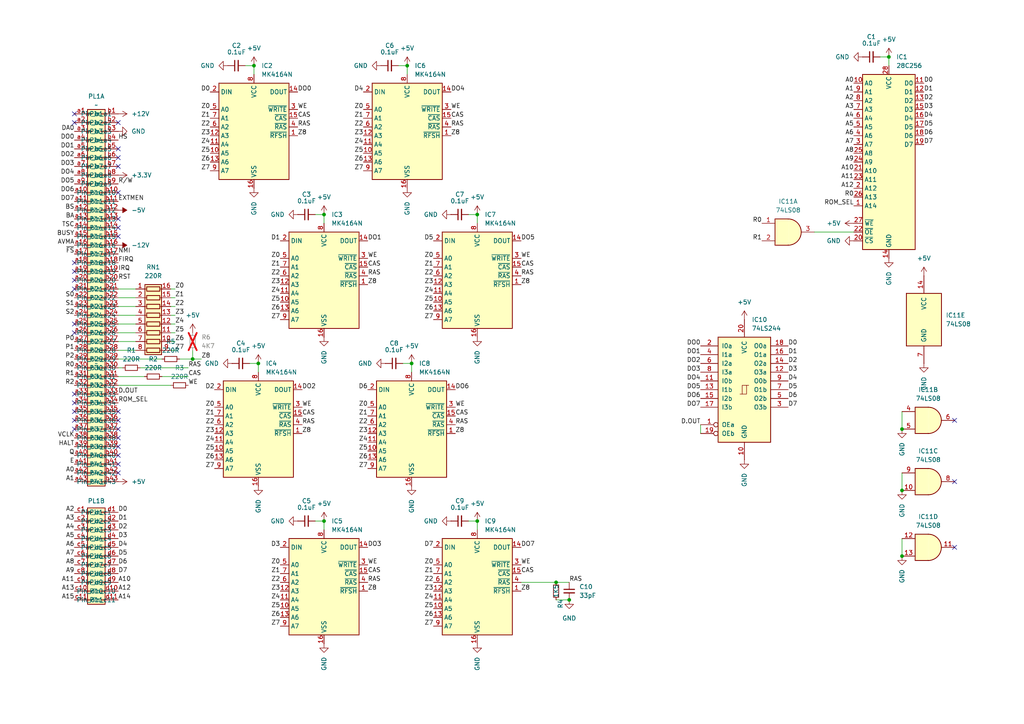
<source format=kicad_sch>
(kicad_sch (version 20250114) (generator "eeschema") (generator_version "9.0")
  (paper "A4")
  (title_block (title "Dragon ATX Proto RAM & ROM Card") (date "2025-03-01") (rev "1.0.0"))
  (junction (at 73.66 19.05))
  (junction (at 161.29 168.91))
  (junction (at 93.98 151.13))
  (junction (at 55.88 104.14))
  (junction (at 74.93 105.41))
  (junction (at 119.38 105.41))
  (junction (at 257.81 16.51))
  (junction (at 138.43 151.13))
  (junction (at 261.62 142.24))
  (junction (at 138.43 62.23))
  (junction (at 261.62 124.46))
  (junction (at 93.98 62.23))
  (junction (at 118.11 19.05))
  (junction (at 261.62 161.29))
  (junction (at 165.1 173.99))
  (no_connect (at 34.29 134.62))
  (no_connect (at 21.59 116.84))
  (no_connect (at 34.29 48.26))
  (no_connect (at 34.29 121.92))
  (no_connect (at 34.29 132.08))
  (no_connect (at 21.59 114.3))
  (no_connect (at 34.29 66.04))
  (no_connect (at 34.29 137.16))
  (no_connect (at 21.59 78.74))
  (no_connect (at 21.59 83.82))
  (no_connect (at 21.59 35.56))
  (no_connect (at 21.59 33.02))
  (no_connect (at 34.29 45.72))
  (no_connect (at 34.29 43.18))
  (no_connect (at 34.29 127))
  (no_connect (at 21.59 81.28))
  (no_connect (at 21.59 119.38))
  (no_connect (at 34.29 55.88))
  (no_connect (at 276.86 121.92))
  (no_connect (at 34.29 63.5))
  (no_connect (at 34.29 68.58))
  (no_connect (at 34.29 129.54))
  (no_connect (at 21.59 121.92))
  (no_connect (at 276.86 158.75))
  (no_connect (at 34.29 35.56))
  (no_connect (at 276.86 139.7))
  (no_connect (at 21.59 96.52))
  (no_connect (at 21.59 76.2))
  (no_connect (at 34.29 124.46))
  (no_connect (at 34.29 119.38))
  (no_connect (at 21.59 93.98))
  (no_connect (at 21.59 124.46))
  (wire (pts (xy 247.65 67.31) (xy 236.22 67.31)))
  (wire (pts (xy 74.93 105.41) (xy 74.93 107.95)))
  (wire (pts (xy 39.37 88.9) (xy 34.29 88.9)))
  (wire (pts (xy 116.84 105.41) (xy 119.38 105.41)))
  (wire (pts (xy 39.37 83.82) (xy 34.29 83.82)))
  (wire (pts (xy 50.8 91.44) (xy 49.53 91.44)))
  (wire (pts (xy 50.8 101.6) (xy 49.53 101.6)))
  (wire (pts (xy 54.61 109.22) (xy 46.99 109.22)))
  (wire (pts (xy 151.13 168.91) (xy 161.29 168.91)))
  (wire (pts (xy 71.12 19.05) (xy 73.66 19.05)))
  (wire (pts (xy 50.8 86.36) (xy 49.53 86.36)))
  (wire (pts (xy 35.56 106.68) (xy 34.29 106.68)))
  (wire (pts (xy 39.37 101.6) (xy 34.29 101.6)))
  (wire (pts (xy 39.37 96.52) (xy 34.29 96.52)))
  (wire (pts (xy 138.43 151.13) (xy 138.43 153.67)))
  (wire (pts (xy 135.89 62.23) (xy 138.43 62.23)))
  (wire (pts (xy 50.8 99.06) (xy 49.53 99.06)))
  (wire (pts (xy 91.44 151.13) (xy 93.98 151.13)))
  (wire (pts (xy 261.62 137.16) (xy 261.62 142.24)))
  (wire (pts (xy 203.2 123.19) (xy 203.2 125.73)))
  (wire (pts (xy 257.81 16.51) (xy 257.81 19.05)))
  (wire (pts (xy 39.37 99.06) (xy 34.29 99.06)))
  (wire (pts (xy 93.98 62.23) (xy 93.98 64.77)))
  (wire (pts (xy 41.91 109.22) (xy 34.29 109.22)))
  (wire (pts (xy 73.66 19.05) (xy 73.66 21.59)))
  (wire (pts (xy 135.89 151.13) (xy 138.43 151.13)))
  (wire (pts (xy 119.38 105.41) (xy 119.38 107.95)))
  (wire (pts (xy 50.8 88.9) (xy 49.53 88.9)))
  (wire (pts (xy 261.62 156.21) (xy 261.62 161.29)))
  (wire (pts (xy 55.88 101.6) (xy 55.88 104.14)))
  (wire (pts (xy 39.37 93.98) (xy 34.29 93.98)))
  (wire (pts (xy 49.53 111.76) (xy 34.29 111.76)))
  (wire (pts (xy 91.44 62.23) (xy 93.98 62.23)))
  (wire (pts (xy 34.29 104.14) (xy 46.99 104.14)))
  (wire (pts (xy 39.37 86.36) (xy 34.29 86.36)))
  (wire (pts (xy 165.1 173.99) (xy 161.29 173.99)))
  (wire (pts (xy 115.57 19.05) (xy 118.11 19.05)))
  (wire (pts (xy 50.8 83.82) (xy 49.53 83.82)))
  (wire (pts (xy 255.27 16.51) (xy 257.81 16.51)))
  (wire (pts (xy 72.39 105.41) (xy 74.93 105.41)))
  (wire (pts (xy 50.8 93.98) (xy 49.53 93.98)))
  (wire (pts (xy 55.88 104.14) (xy 52.07 104.14)))
  (wire (pts (xy 138.43 62.23) (xy 138.43 64.77)))
  (wire (pts (xy 261.62 119.38) (xy 261.62 124.46)))
  (wire (pts (xy 54.61 106.68) (xy 40.64 106.68)))
  (wire (pts (xy 50.8 96.52) (xy 49.53 96.52)))
  (wire (pts (xy 93.98 151.13) (xy 93.98 153.67)))
  (wire (pts (xy 58.42 104.14) (xy 55.88 104.14)))
  (wire (pts (xy 118.11 19.05) (xy 118.11 21.59)))
  (wire (pts (xy 39.37 91.44) (xy 34.29 91.44)))
  (wire (pts (xy 161.29 168.91) (xy 165.1 168.91)))
  (label "Z0" (at 105.41 31.75 180))
  (label "FIRQ" (at 34.29 76.2 0))
  (label "DO1" (at 203.2 102.87 180))
  (label "Z0" (at 125.73 163.83 180))
  (label "CAS" (at 54.61 109.22 0))
  (label "Z5" (at 125.73 176.53 180))
  (label "S1" (at 21.59 88.9 180))
  (label "D7" (at 228.6 118.11 0))
  (label "TSC" (at 21.59 66.04 180))
  (label "DO6" (at 203.2 115.57 180))
  (label "DO1" (at 106.68 69.85 0))
  (label "Z7" (at 81.28 181.61 180))
  (label "D4" (at 34.29 158.75 0))
  (label "Z3" (at 81.28 171.45 180))
  (label "Z0" (at 125.73 74.93 180))
  (label "A10" (at 247.65 49.53 180))
  (label "DO4" (at 21.59 50.8 180))
  (label "D0" (at 60.96 26.67 180))
  (label "RAS" (at 54.61 106.68 0))
  (label "CAS" (at 151.13 166.37 0))
  (label "Z3" (at 62.23 125.73 180))
  (label "WE" (at 86.36 31.75 0))
  (label "Z3" (at 125.73 82.55 180))
  (label "DA0" (at 21.59 38.1 180))
  (label "D6" (at 228.6 115.57 0))
  (label "Z7" (at 105.41 49.53 180))
  (label "Z3" (at 50.8 91.44 0))
  (label "Z2" (at 125.73 80.01 180))
  (label "CAS" (at 86.36 34.29 0))
  (label "DO3" (at 203.2 107.95 180))
  (label "P1" (at 21.59 101.6 180))
  (label "Z5" (at 105.41 44.45 180))
  (label "ROM_SEL" (at 247.65 59.69 180))
  (label "HS" (at 34.29 40.64 0))
  (label "RAS" (at 151.13 80.01 0))
  (label "EXTMEN" (at 34.29 58.42 0))
  (label "RAS" (at 132.08 123.19 0))
  (label "Z1" (at 62.23 120.65 180))
  (label "Z2" (at 50.8 88.9 0))
  (label "D0" (at 34.29 148.59 0))
  (label "Z4" (at 105.41 41.91 180))
  (label "Z6" (at 125.73 90.17 180))
  (label "Z6" (at 106.68 133.35 180))
  (label "Q" (at 21.59 132.08 180))
  (label "Z5" (at 106.68 130.81 180))
  (label "R0" (at 220.98 64.77 180))
  (label "Z7" (at 125.73 92.71 180))
  (label "D0" (at 228.6 100.33 0))
  (label "D5" (at 125.73 69.85 180))
  (label "Z3" (at 125.73 171.45 180))
  (label "A13" (at 21.59 171.45 180))
  (label "Z6" (at 62.23 133.35 180))
  (label "Z8" (at 58.42 104.14 0))
  (label "~{FS}" (at 21.59 73.66 180))
  (label "Z5" (at 81.28 176.53 180))
  (label "CAS" (at 106.68 77.47 0))
  (label "DO0" (at 203.2 100.33 180))
  (label "Z2" (at 81.28 168.91 180))
  (label "DO5" (at 203.2 113.03 180))
  (label "WE" (at 106.68 74.93 0))
  (label "RAS" (at 87.63 123.19 0))
  (label "DO1" (at 21.59 43.18 180))
  (label "A1" (at 247.65 26.67 180))
  (label "S2" (at 21.59 91.44 180))
  (label "DO0" (at 21.59 40.64 180))
  (label "A12" (at 34.29 171.45 0))
  (label "Z2" (at 60.96 36.83 180))
  (label "A0" (at 247.65 24.13 180))
  (label "WE" (at 151.13 74.93 0))
  (label "Z8" (at 151.13 82.55 0))
  (label "P0" (at 21.59 99.06 180))
  (label "D0" (at 267.97 24.13 0))
  (label "CAS" (at 130.81 34.29 0))
  (label "D2" (at 228.6 105.41 0))
  (label "D2" (at 62.23 113.03 180))
  (label "CAS" (at 106.68 166.37 0))
  (label "Z8" (at 87.63 125.73 0))
  (label "Z6" (at 50.8 99.06 0))
  (label "D4" (at 105.41 26.67 180))
  (label "A7" (at 247.65 41.91 180))
  (label "Z7" (at 62.23 135.89 180))
  (label "A5" (at 21.59 156.21 180))
  (label "Z6" (at 105.41 46.99 180))
  (label "D1" (at 81.28 69.85 180))
  (label "WE" (at 130.81 31.75 0))
  (label "DO2" (at 203.2 105.41 180))
  (label "RAS" (at 165.1 168.91 0))
  (label "Z3" (at 81.28 82.55 180))
  (label "Z3" (at 106.68 125.73 180))
  (label "WE" (at 106.68 163.83 0))
  (label "P2" (at 21.59 104.14 180))
  (label "Z5" (at 60.96 44.45 180))
  (label "A12" (at 247.65 54.61 180))
  (label "A5" (at 247.65 36.83 180))
  (label "Z0" (at 81.28 163.83 180))
  (label "R0" (at 247.65 57.15 180))
  (label "Z8" (at 86.36 39.37 0))
  (label "D4" (at 267.97 34.29 0))
  (label "A4" (at 247.65 34.29 180))
  (label "Z5" (at 81.28 87.63 180))
  (label "A15" (at 21.59 173.99 180))
  (label "D1" (at 228.6 102.87 0))
  (label "WE" (at 151.13 163.83 0))
  (label "D2" (at 267.97 29.21 0))
  (label "Z2" (at 105.41 36.83 180))
  (label "Z4" (at 60.96 41.91 180))
  (label "D6" (at 267.97 39.37 0))
  (label "Z4" (at 81.28 173.99 180))
  (label "A6" (at 21.59 158.75 180))
  (label "D.OUT" (at 203.2 123.19 180))
  (label "DO7" (at 151.13 158.75 0))
  (label "DO6" (at 132.08 113.03 0))
  (label "D3" (at 81.28 158.75 180))
  (label "Z1" (at 50.8 86.36 0))
  (label "BS" (at 21.59 60.96 180))
  (label "Z6" (at 81.28 90.17 180))
  (label "A8" (at 21.59 163.83 180))
  (label "HALT" (at 21.59 129.54 180))
  (label "D3" (at 34.29 156.21 0))
  (label "A6" (at 247.65 39.37 180))
  (label "Z8" (at 106.68 171.45 0))
  (label "Z6" (at 125.73 179.07 180))
  (label "A7" (at 21.59 161.29 180))
  (label "IRQ" (at 34.29 78.74 0))
  (label "E" (at 21.59 134.62 180))
  (label "A9" (at 247.65 46.99 180))
  (label "Z6" (at 60.96 46.99 180))
  (label "Z4" (at 62.23 128.27 180))
  (label "A3" (at 247.65 31.75 180))
  (label "Z4" (at 81.28 85.09 180))
  (label "D5" (at 34.29 161.29 0))
  (label "R1" (at 21.59 109.22 180))
  (label "Z0" (at 106.68 118.11 180))
  (label "Z7" (at 106.68 135.89 180))
  (label "D5" (at 267.97 36.83 0))
  (label "D3" (at 267.97 31.75 0))
  (label "D2" (at 34.29 153.67 0))
  (label "DO4" (at 203.2 110.49 180))
  (label "Z1" (at 125.73 166.37 180))
  (label "A1" (at 21.59 139.7 180))
  (label "Z4" (at 125.73 85.09 180))
  (label "Z2" (at 62.23 123.19 180))
  (label "Z7" (at 50.8 101.6 0))
  (label "DO4" (at 130.81 26.67 0))
  (label "Z0" (at 50.8 83.82 0))
  (label "Z4" (at 106.68 128.27 180))
  (label "D6" (at 106.68 113.03 180))
  (label "Z5" (at 125.73 87.63 180))
  (label "RAS" (at 130.81 36.83 0))
  (label "Z7" (at 125.73 181.61 180))
  (label "Z2" (at 125.73 168.91 180))
  (label "Z1" (at 81.28 77.47 180))
  (label "R0" (at 21.59 106.68 180))
  (label "NMI" (at 34.29 73.66 0))
  (label "DO2" (at 87.63 113.03 0))
  (label "D1" (at 267.97 26.67 0))
  (label "D.OUT" (at 34.29 114.3 0))
  (label "WE" (at 132.08 118.11 0))
  (label "A10" (at 34.29 168.91 0))
  (label "A0" (at 21.59 137.16 180))
  (label "Z4" (at 125.73 173.99 180))
  (label "Z1" (at 105.41 34.29 180))
  (label "DO3" (at 21.59 48.26 180))
  (label "BA" (at 21.59 63.5 180))
  (label "DO7" (at 203.2 118.11 180))
  (label "Z6" (at 81.28 179.07 180))
  (label "Z5" (at 62.23 130.81 180))
  (label "RST" (at 34.29 81.28 0))
  (label "Z3" (at 60.96 39.37 180))
  (label "Z0" (at 62.23 118.11 180))
  (label "R1" (at 220.98 69.85 180))
  (label "Z8" (at 106.68 82.55 0))
  (label "WE" (at 54.61 111.76 0))
  (label "Z7" (at 60.96 49.53 180))
  (label "A11" (at 21.59 168.91 180))
  (label "A2" (at 247.65 29.21 180))
  (label "Z4" (at 50.8 93.98 0))
  (label "D7" (at 125.73 158.75 180))
  (label "DO7" (at 21.59 58.42 180))
  (label "DO2" (at 21.59 45.72 180))
  (label "Z7" (at 81.28 92.71 180))
  (label "DO6" (at 21.59 55.88 180))
  (label "DO5" (at 21.59 53.34 180))
  (label "Z0" (at 60.96 31.75 180))
  (label "CAS" (at 87.63 120.65 0))
  (label "RAS" (at 106.68 168.91 0))
  (label "D3" (at 228.6 107.95 0))
  (label "VCLK" (at 21.59 127 180))
  (label "D5" (at 228.6 113.03 0))
  (label "DO5" (at 151.13 69.85 0))
  (label "D7" (at 34.29 166.37 0))
  (label "Z8" (at 151.13 171.45 0))
  (label "BUSY" (at 21.59 68.58 180))
  (label "CAS" (at 132.08 120.65 0))
  (label "Z2" (at 81.28 80.01 180))
  (label "RAS" (at 106.68 80.01 0))
  (label "WE" (at 87.63 118.11 0))
  (label "Z2" (at 106.68 123.19 180))
  (label "Z5" (at 50.8 96.52 0))
  (label "D7" (at 267.97 41.91 0))
  (label "A2" (at 21.59 148.59 180))
  (label "ROM_SEL" (at 34.29 116.84 0))
  (label "A11" (at 247.65 52.07 180))
  (label "Z1" (at 60.96 34.29 180))
  (label "A8" (at 247.65 44.45 180))
  (label "Z3" (at 105.41 39.37 180))
  (label "Z8" (at 130.81 39.37 0))
  (label "CAS" (at 151.13 77.47 0))
  (label "AVMA" (at 21.59 71.12 180))
  (label "DO0" (at 86.36 26.67 0))
  (label "Z1" (at 81.28 166.37 180))
  (label "A4" (at 21.59 153.67 180))
  (label "A9" (at 21.59 166.37 180))
  (label "A3" (at 21.59 151.13 180))
  (label "Z8" (at 132.08 125.73 0))
  (label "R2" (at 21.59 111.76 180))
  (label "D1" (at 34.29 151.13 0))
  (label "Z1" (at 106.68 120.65 180))
  (label "D4" (at 228.6 110.49 0))
  (label "Z1" (at 125.73 77.47 180))
  (label "R{slash}W" (at 34.29 53.34 0))
  (label "A14" (at 34.29 173.99 0))
  (label "RAS" (at 86.36 36.83 0))
  (label "Z0" (at 81.28 74.93 180))
  (label "D6" (at 34.29 163.83 0))
  (label "DO3" (at 106.68 158.75 0))
  (label "S0" (at 21.59 86.36 180))
  (symbol (lib_id "power:+5V") (at 257.81 16.51 0) (unit 1)
    (property "Reference" "#PWR049" (effects (hide yes)))
    (property "Value" "+5V" (at 257.81 11.43 0))
    (property "Description" "Power symbol creates a global label with name \"+5V\"" (effects (hide yes)))
  )
  (symbol (lib_id "Device:C_Small") (at 133.35 151.13 90) (unit 1)
    (property "Reference" "C9" (at 133.35 145.288 90))
    (property "Value" "0.1uF" (at 133.3563 147.193 90))
    (property "Footprint" "Capacitor_THT:C_Disc_D4.3mm_W1.9mm_P5.00mm" (effects (hide yes)))
    (property "Datasheet" "https://www.vishay.com/docs/45171/kseries.pdf" (effects (hide yes)))
    (property "DigiKey" "BC1101CT-ND" (effects (hide yes)))
  )
  (symbol (lib_id "power:GND") (at 110.49 19.05 270) (mirror x) (unit 1)
    (property "Reference" "#PWR027" (effects (hide yes)))
    (property "Value" "GND" (at 106.68 19.0501 90) (effects (justify right)))
    (property "Description" "Power symbol creates a global label with name \"GND\" , ground" (effects (hide yes)))
  )
  (symbol (lib_id "74xx:74LS08") (at 269.24 139.7 0) (unit 3)
    (property "Reference" "IC11" (at 269.2317 130.81 0))
    (property "Value" "74LS08" (at 269.2317 133.35 0))
    (property "Footprint" "Package_DIP:DIP-14_W7.62mm" (effects (hide yes)))
    (property "Datasheet" "http://www.ti.com/lit/gpn/sn74LS08" (effects (hide yes)))
    (property "Description" "Quad And2" (effects (hide yes)))
  )
  (symbol (lib_id "power:+5V") (at 138.43 62.23 0) (unit 1)
    (property "Reference" "#PWR056" (effects (hide yes)))
    (property "Value" "+5V" (at 138.43 57.15 0))
    (property "Description" "Power symbol creates a global label with name \"+5V\"" (effects (hide yes)))
  )
  (symbol (lib_id "power:+5V") (at 73.66 19.05 0) (unit 1)
    (property "Reference" "#PWR048" (effects (hide yes)))
    (property "Value" "+5V" (at 73.66 13.97 0))
    (property "Description" "Power symbol creates a global label with name \"+5V\"" (effects (hide yes)))
  )
  (symbol (lib_id "74xx:74LS08") (at 267.97 92.71 0) (unit 5)
    (property "Reference" "IC11" (at 274.32 91.4399 0) (effects (justify left)))
    (property "Value" "74LS08" (at 274.32 93.9799 0) (effects (justify left)))
    (property "Footprint" "Package_DIP:DIP-14_W7.62mm" (effects (hide yes)))
    (property "Datasheet" "http://www.ti.com/lit/gpn/sn74LS08" (effects (hide yes)))
    (property "Description" "Quad And2" (effects (hide yes)))
  )
  (symbol (lib_id "power:+5V") (at 74.93 105.41 0) (unit 1)
    (property "Reference" "#PWR053" (effects (hide yes)))
    (property "Value" "+5V" (at 74.93 100.33 0))
    (property "Description" "Power symbol creates a global label with name \"+5V\"" (effects (hide yes)))
  )
  (symbol (lib_id "power:+5V") (at 267.97 80.01 0) (unit 1)
    (property "Reference" "#PWR051" (effects (hide yes)))
    (property "Value" "+5V" (at 267.97 74.93 0))
    (property "Description" "Power symbol creates a global label with name \"+5V\"" (effects (hide yes)))
  )
  (symbol (lib_id "power:GND") (at 119.38 140.97 0) (mirror y) (unit 1)
    (property "Reference" "#PWR012" (effects (hide yes)))
    (property "Value" "GND" (at 119.3801 144.78 90) (effects (justify right)))
    (property "Description" "Power symbol creates a global label with name \"GND\" , ground" (effects (hide yes)))
  )
  (symbol (lib_id "power:GND") (at 138.43 97.79 0) (mirror y) (unit 1)
    (property "Reference" "#PWR013" (effects (hide yes)))
    (property "Value" "GND" (at 138.4301 101.6 90) (effects (justify right)))
    (property "Description" "Power symbol creates a global label with name \"GND\" , ground" (effects (hide yes)))
  )
  (symbol (lib_id "Memory_RAM:MK4164N") (at 93.98 82.55 0) (unit 1)
    (property "Reference" "IC3" (at 96.1233 62.23 0) (effects (justify left)))
    (property "Value" "MK4164N" (at 96.1233 64.77 0) (effects (justify left)))
    (property "Footprint" "Package_DIP:DIP-16_W7.62mm" (effects (hide yes)))
    (property "Datasheet" "https://deramp.com/downloads/mfe_archive/050-Component%20Specifications/Mostek/1980_Mostek_Memory_Data_Book_and_Designers_Guide.pdf#page=134" (effects (hide yes)))
    (property "Description" "65536 x 1 bit Dynamic RAM, 120/150ns access time, single 5V ±10% power supply, TTL compatible inputs, DIP-16 (Epoxy/Plastic package)" (effects (hide yes)))
  )
  (symbol (lib_id "power:GND") (at 261.62 142.24 0) (mirror y) (unit 1)
    (property "Reference" "#PWR020" (effects (hide yes)))
    (property "Value" "GND" (at 261.6201 146.05 90) (effects (justify right)))
    (property "Description" "Power symbol creates a global label with name \"GND\" , ground" (effects (hide yes)))
  )
  (symbol (lib_id "power:+5V") (at 34.29 139.7 270) (unit 1)
    (property "Reference" "#PWR031" (effects (hide yes)))
    (property "Value" "+5V" (at 38.1 139.6999 90) (effects (justify left)))
    (property "Description" "Power symbol creates a global label with name \"+5V\"" (effects (hide yes)))
  )
  (symbol (lib_id "power:+3.3V") (at 34.29 50.8 270) (unit 1)
    (property "Reference" "#PWR03" (effects (hide yes)))
    (property "Value" "+3.3V" (at 38.1 50.7999 90) (effects (justify left)))
    (property "Description" "Power symbol creates a global label with name \"+3.3V\"" (effects (hide yes)))
  )
  (symbol (lib_id "Device:R_Small") (at 38.1 106.68 90) (unit 1)
    (property "Reference" "R1" (at 38.1 101.6 90))
    (property "Value" "220R" (at 38.1 104.14 90))
    (property "Footprint" "Resistor_THT:R_Axial_DIN0204_L3.6mm_D1.6mm_P2.54mm_Vertical" (effects (hide yes)))
    (property "Description" "Resistor, small symbol" (effects (hide yes)))
  )
  (symbol (lib_id "Device:C_Small") (at 113.03 19.05 90) (unit 1)
    (property "Reference" "C6" (at 113.03 13.208 90))
    (property "Value" "0.1uF" (at 113.0363 15.113 90))
    (property "Footprint" "Capacitor_THT:C_Disc_D4.3mm_W1.9mm_P5.00mm" (effects (hide yes)))
    (property "Datasheet" "https://www.vishay.com/docs/45171/kseries.pdf" (effects (hide yes)))
    (property "DigiKey" "BC1101CT-ND" (effects (hide yes)))
  )
  (symbol (lib_id "power:+5V") (at 118.11 19.05 0) (unit 1)
    (property "Reference" "#PWR055" (effects (hide yes)))
    (property "Value" "+5V" (at 118.11 13.97 0))
    (property "Description" "Power symbol creates a global label with name \"+5V\"" (effects (hide yes)))
  )
  (symbol (lib_id "power:-12V") (at 34.29 71.12 270) (unit 1)
    (property "Reference" "#PWR04" (effects (hide yes)))
    (property "Value" "-12V" (at 38.1 71.1199 90) (effects (justify left)))
    (property "Description" "Power symbol creates a global label with name \"-12V\"" (effects (hide yes)))
  )
  (symbol (lib_id "74xx:74LS08") (at 269.24 158.75 0) (unit 4)
    (property "Reference" "IC11" (at 269.2317 149.86 0))
    (property "Value" "74LS08" (at 269.2317 152.4 0))
    (property "Footprint" "Package_DIP:DIP-14_W7.62mm" (effects (hide yes)))
    (property "Datasheet" "http://www.ti.com/lit/gpn/sn74LS08" (effects (hide yes)))
    (property "Description" "Quad And2" (effects (hide yes)))
  )
  (symbol (lib_id "power:GND") (at 165.1 173.99 0) (unit 1)
    (property "Reference" "#PWR0140" (effects (hide yes)))
    (property "Value" "GND" (at 165.1 179.324 0))
    (property "Description" "Power symbol creates a global label with name \"GND\" , ground" (effects (hide yes)))
  )
  (symbol (lib_id "power:GND") (at 111.76 105.41 270) (mirror x) (unit 1)
    (property "Reference" "#PWR029" (effects (hide yes)))
    (property "Value" "GND" (at 107.95 105.4101 90) (effects (justify right)))
    (property "Description" "Power symbol creates a global label with name \"GND\" , ground" (effects (hide yes)))
  )
  (symbol (lib_id "74xx:74LS08") (at 269.24 121.92 0) (unit 2)
    (property "Reference" "IC11" (at 269.2317 113.03 0))
    (property "Value" "74LS08" (at 269.2317 115.57 0))
    (property "Footprint" "Package_DIP:DIP-14_W7.62mm" (effects (hide yes)))
    (property "Datasheet" "http://www.ti.com/lit/gpn/sn74LS08" (effects (hide yes)))
    (property "Description" "Quad And2" (effects (hide yes)))
  )
  (symbol (lib_id "Device:R_Small") (at 55.88 99.06 180) (unit 1) (dnp yes)
    (property "Reference" "R6" (at 58.42 97.7899 0) (effects (justify right)))
    (property "Value" "4K7" (at 58.42 100.3299 0) (effects (justify right)))
    (property "Footprint" "Resistor_THT:R_Axial_DIN0204_L3.6mm_D1.6mm_P2.54mm_Vertical" (effects (hide yes)))
    (property "Description" "Resistor, small symbol" (effects (hide yes)))
  )
  (symbol (lib_id "Device:C_Small") (at 88.9 151.13 90) (unit 1)
    (property "Reference" "C5" (at 88.9 145.288 90))
    (property "Value" "0.1uF" (at 88.9063 147.193 90))
    (property "Footprint" "Capacitor_THT:C_Disc_D4.3mm_W1.9mm_P5.00mm" (effects (hide yes)))
    (property "Datasheet" "https://www.vishay.com/docs/45171/kseries.pdf" (effects (hide yes)))
    (property "DigiKey" "BC1101CT-ND" (effects (hide yes)))
  )
  (symbol (lib_id "Memory_RAM:MK4164N") (at 119.38 125.73 0) (unit 1)
    (property "Reference" "IC8" (at 121.5233 105.41 0) (effects (justify left)))
    (property "Value" "MK4164N" (at 121.5233 107.95 0) (effects (justify left)))
    (property "Footprint" "Package_DIP:DIP-16_W7.62mm" (effects (hide yes)))
    (property "Datasheet" "https://deramp.com/downloads/mfe_archive/050-Component%20Specifications/Mostek/1980_Mostek_Memory_Data_Book_and_Designers_Guide.pdf#page=134" (effects (hide yes)))
    (property "Description" "65536 x 1 bit Dynamic RAM, 120/150ns access time, single 5V ±10% power supply, TTL compatible inputs, DIP-16 (Epoxy/Plastic package)" (effects (hide yes)))
  )
  (symbol (lib_id "Device:C_Small") (at 133.35 62.23 90) (unit 1)
    (property "Reference" "C7" (at 133.35 56.388 90))
    (property "Value" "0.1uF" (at 133.3563 58.293 90))
    (property "Footprint" "Capacitor_THT:C_Disc_D4.3mm_W1.9mm_P5.00mm" (effects (hide yes)))
    (property "Datasheet" "https://www.vishay.com/docs/45171/kseries.pdf" (effects (hide yes)))
    (property "DigiKey" "BC1101CT-ND" (effects (hide yes)))
  )
  (symbol (lib_id "Memory_EEPROM:28C256") (at 257.81 46.99 0) (unit 1)
    (property "Reference" "IC1" (at 259.9533 16.51 0) (effects (justify left)))
    (property "Value" "28C256" (at 259.9533 19.05 0) (effects (justify left)))
    (property "Footprint" "Package_DIP:DIP-28_W15.24mm" (effects (hide yes)))
    (property "Datasheet" "http://ww1.microchip.com/downloads/en/DeviceDoc/doc0006.pdf" (effects (hide yes)))
    (property "Description" "Paged Parallel EEPROM 256Kb (32K x 8), DIP-28/SOIC-28" (effects (hide yes)))
  )
  (symbol (lib_id "power:GND") (at 86.36 62.23 270) (mirror x) (unit 1)
    (property "Reference" "#PWR024" (effects (hide yes)))
    (property "Value" "GND" (at 82.55 62.2301 90) (effects (justify right)))
    (property "Description" "Power symbol creates a global label with name \"GND\" , ground" (effects (hide yes)))
  )
  (symbol (lib_id "power:GND") (at 261.62 161.29 0) (mirror y) (unit 1)
    (property "Reference" "#PWR021" (effects (hide yes)))
    (property "Value" "GND" (at 261.6201 165.1 90) (effects (justify right)))
    (property "Description" "Power symbol creates a global label with name \"GND\" , ground" (effects (hide yes)))
  )
  (symbol (lib_id "power:GND") (at 215.9 133.35 0) (mirror y) (unit 1)
    (property "Reference" "#PWR08" (effects (hide yes)))
    (property "Value" "GND" (at 215.9001 137.16 90) (effects (justify right)))
    (property "Description" "Power symbol creates a global label with name \"GND\" , ground" (effects (hide yes)))
  )
  (symbol (lib_id "power:GND") (at 67.31 105.41 270) (mirror x) (unit 1)
    (property "Reference" "#PWR025" (effects (hide yes)))
    (property "Value" "GND" (at 63.5 105.4101 90) (effects (justify right)))
    (property "Description" "Power symbol creates a global label with name \"GND\" , ground" (effects (hide yes)))
  )
  (symbol (lib_id "Memory_RAM:MK4164N") (at 74.93 125.73 0) (unit 1)
    (property "Reference" "IC4" (at 77.0733 105.41 0) (effects (justify left)))
    (property "Value" "MK4164N" (at 77.0733 107.95 0) (effects (justify left)))
    (property "Footprint" "Package_DIP:DIP-16_W7.62mm" (effects (hide yes)))
    (property "Datasheet" "https://deramp.com/downloads/mfe_archive/050-Component%20Specifications/Mostek/1980_Mostek_Memory_Data_Book_and_Designers_Guide.pdf#page=134" (effects (hide yes)))
    (property "Description" "65536 x 1 bit Dynamic RAM, 120/150ns access time, single 5V ±10% power supply, TTL compatible inputs, DIP-16 (Epoxy/Plastic package)" (effects (hide yes)))
  )
  (symbol (lib_id "Device:R_Small") (at 49.53 104.14 90) (unit 1)
    (property "Reference" "R5" (at 49.53 99.06 90))
    (property "Value" "220R" (at 49.53 101.6 90))
    (property "Footprint" "Resistor_THT:R_Axial_DIN0204_L3.6mm_D1.6mm_P2.54mm_Vertical" (effects (hide yes)))
    (property "Description" "Resistor, small symbol" (effects (hide yes)))
  )
  (symbol (lib_id "Device:R_Small") (at 52.07 111.76 90) (unit 1)
    (property "Reference" "R3" (at 52.07 106.68 90))
    (property "Value" "220R" (at 52.07 109.22 90))
    (property "Footprint" "Resistor_THT:R_Axial_DIN0204_L3.6mm_D1.6mm_P2.54mm_Vertical" (effects (hide yes)))
    (property "Description" "Resistor, small symbol" (effects (hide yes)))
  )
  (symbol (lib_id "power:GND") (at 74.93 140.97 0) (mirror y) (unit 1)
    (property "Reference" "#PWR011" (effects (hide yes)))
    (property "Value" "GND" (at 74.9301 144.78 90) (effects (justify right)))
    (property "Description" "Power symbol creates a global label with name \"GND\" , ground" (effects (hide yes)))
  )
  (symbol (lib_id "power:GND") (at 257.81 74.93 0) (mirror y) (unit 1)
    (property "Reference" "#PWR05" (effects (hide yes)))
    (property "Value" "GND" (at 257.8101 78.74 90) (effects (justify right)))
    (property "Description" "Power symbol creates a global label with name \"GND\" , ground" (effects (hide yes)))
  )
  (symbol (lib_id "power:+5V") (at 93.98 62.23 0) (unit 1)
    (property "Reference" "#PWR052" (effects (hide yes)))
    (property "Value" "+5V" (at 93.98 57.15 0))
    (property "Description" "Power symbol creates a global label with name \"+5V\"" (effects (hide yes)))
  )
  (symbol (lib_id "power:GND") (at 247.65 69.85 270) (mirror x) (unit 1)
    (property "Reference" "#PWR06" (effects (hide yes)))
    (property "Value" "GND" (at 243.84 69.8501 90) (effects (justify right)))
    (property "Description" "Power symbol creates a global label with name \"GND\" , ground" (effects (hide yes)))
  )
  (symbol (lib_id "Memory_RAM:MK4164N") (at 138.43 82.55 0) (unit 1)
    (property "Reference" "IC7" (at 140.5733 62.23 0) (effects (justify left)))
    (property "Value" "MK4164N" (at 140.5733 64.77 0) (effects (justify left)))
    (property "Footprint" "Package_DIP:DIP-16_W7.62mm" (effects (hide yes)))
    (property "Datasheet" "https://deramp.com/downloads/mfe_archive/050-Component%20Specifications/Mostek/1980_Mostek_Memory_Data_Book_and_Designers_Guide.pdf#page=134" (effects (hide yes)))
    (property "Description" "65536 x 1 bit Dynamic RAM, 120/150ns access time, single 5V ±10% power supply, TTL compatible inputs, DIP-16 (Epoxy/Plastic package)" (effects (hide yes)))
  )
  (symbol (lib_id "power:GND") (at 34.29 38.1 90) (mirror x) (unit 1)
    (property "Reference" "#PWR02" (effects (hide yes)))
    (property "Value" "GND" (at 38.1 38.0999 90) (effects (justify right)))
    (property "Description" "Power symbol creates a global label with name \"GND\" , ground" (effects (hide yes)))
  )
  (symbol (lib_id "Device:C_Small") (at 252.73 16.51 90) (unit 1)
    (property "Reference" "C1" (at 252.73 10.668 90))
    (property "Value" "0.1uF" (at 252.7363 12.573 90))
    (property "Footprint" "Capacitor_THT:C_Disc_D4.3mm_W1.9mm_P5.00mm" (effects (hide yes)))
    (property "Datasheet" "https://www.vishay.com/docs/45171/kseries.pdf" (effects (hide yes)))
    (property "DigiKey" "BC1101CT-ND" (effects (hide yes)))
  )
  (symbol (lib_id "Memory_RAM:MK4164N") (at 93.98 171.45 0) (unit 1)
    (property "Reference" "IC5" (at 96.1233 151.13 0) (effects (justify left)))
    (property "Value" "MK4164N" (at 96.1233 153.67 0) (effects (justify left)))
    (property "Footprint" "Package_DIP:DIP-16_W7.62mm" (effects (hide yes)))
    (property "Datasheet" "https://deramp.com/downloads/mfe_archive/050-Component%20Specifications/Mostek/1980_Mostek_Memory_Data_Book_and_Designers_Guide.pdf#page=134" (effects (hide yes)))
    (property "Description" "65536 x 1 bit Dynamic RAM, 120/150ns access time, single 5V ±10% power supply, TTL compatible inputs, DIP-16 (Epoxy/Plastic package)" (effects (hide yes)))
  )
  (symbol (lib_id "Device:C_Small") (at 114.3 105.41 90) (unit 1)
    (property "Reference" "C8" (at 114.3 99.568 90))
    (property "Value" "0.1uF" (at 114.3063 101.473 90))
    (property "Footprint" "Capacitor_THT:C_Disc_D4.3mm_W1.9mm_P5.00mm" (effects (hide yes)))
    (property "Datasheet" "https://www.vishay.com/docs/45171/kseries.pdf" (effects (hide yes)))
    (property "DigiKey" "BC1101CT-ND" (effects (hide yes)))
  )
  (symbol (lib_id "power:+5V") (at 247.65 64.77 90) (unit 1)
    (property "Reference" "#PWR033" (effects (hide yes)))
    (property "Value" "+5V" (at 243.84 64.7699 90) (effects (justify left)))
    (property "Description" "Power symbol creates a global label with name \"+5V\"" (effects (hide yes)))
  )
  (symbol (lib_id "power:GND") (at 250.19 16.51 270) (mirror x) (unit 1)
    (property "Reference" "#PWR023" (effects (hide yes)))
    (property "Value" "GND" (at 246.38 16.5101 90) (effects (justify right)))
    (property "Description" "Power symbol creates a global label with name \"GND\" , ground" (effects (hide yes)))
  )
  (symbol (lib_id "power:+12V") (at 34.29 33.02 270) (unit 1)
    (property "Reference" "#PWR01" (effects (hide yes)))
    (property "Value" "+12V" (at 38.1 33.0199 90) (effects (justify left)))
    (property "Description" "Power symbol creates a global label with name \"+12V\"" (effects (hide yes)))
  )
  (symbol (lib_id "power:GND") (at 267.97 105.41 0) (mirror y) (unit 1)
    (property "Reference" "#PWR018" (effects (hide yes)))
    (property "Value" "GND" (at 267.9701 109.22 90) (effects (justify right)))
    (property "Description" "Power symbol creates a global label with name \"GND\" , ground" (effects (hide yes)))
  )
  (symbol (lib_id "power:-5V") (at 34.29 60.96 270) (unit 1)
    (property "Reference" "#PWR017" (effects (hide yes)))
    (property "Value" "-5V" (at 38.1 60.9599 90) (effects (justify left)))
    (property "Description" "Power symbol creates a global label with name \"-5V\"" (effects (hide yes)))
  )
  (symbol (lib_id "power:GND") (at 86.36 151.13 270) (mirror x) (unit 1)
    (property "Reference" "#PWR026" (effects (hide yes)))
    (property "Value" "GND" (at 82.55 151.1301 90) (effects (justify right)))
    (property "Description" "Power symbol creates a global label with name \"GND\" , ground" (effects (hide yes)))
  )
  (symbol (lib_id "Library:Card_Edge") (at 27.94 86.36 0) (unit 1)
    (property "Reference" "PL1" (at 27.94 27.94 0))
    (property "Value" "~" (at 27.94 30.48 0))
    (property "Footprint" "Library:Card_Edge" (effects (hide yes)))
  )
  (symbol (lib_id "Device:R_Small") (at 161.29 171.45 180) (unit 1)
    (property "Reference" "R4" (at 162.56 175.133 90))
    (property "Value" "1K5" (at 161.29 171.45 90))
    (property "Footprint" "Resistor_THT:R_Axial_DIN0204_L3.6mm_D1.6mm_P2.54mm_Vertical" (effects (hide yes)))
    (property "DigiKey" "CF14JT1K50CT-ND" (effects (hide yes)))
  )
  (symbol (lib_id "power:GND") (at 73.66 54.61 0) (mirror y) (unit 1)
    (property "Reference" "#PWR015" (effects (hide yes)))
    (property "Value" "GND" (at 73.6601 58.42 90) (effects (justify right)))
    (property "Description" "Power symbol creates a global label with name \"GND\" , ground" (effects (hide yes)))
  )
  (symbol (lib_id "power:+5V") (at 119.38 105.41 0) (unit 1)
    (property "Reference" "#PWR057" (effects (hide yes)))
    (property "Value" "+5V" (at 119.38 100.33 0))
    (property "Description" "Power symbol creates a global label with name \"+5V\"" (effects (hide yes)))
  )
  (symbol (lib_id "Device:R_Pack08") (at 44.45 93.98 270) (unit 1)
    (property "Reference" "RN1" (at 44.45 77.47 90))
    (property "Value" "220R" (at 44.45 80.01 90))
    (property "Footprint" "Package_DIP:DIP-16_W7.62mm" (effects (hide yes)))
    (property "Description" "8 resistor network, parallel topology" (effects (hide yes)))
  )
  (symbol (lib_id "Device:C_Small") (at 88.9 62.23 90) (unit 1)
    (property "Reference" "C3" (at 88.9 56.388 90))
    (property "Value" "0.1uF" (at 88.9063 58.293 90))
    (property "Footprint" "Capacitor_THT:C_Disc_D4.3mm_W1.9mm_P5.00mm" (effects (hide yes)))
    (property "Datasheet" "https://www.vishay.com/docs/45171/kseries.pdf" (effects (hide yes)))
    (property "DigiKey" "BC1101CT-ND" (effects (hide yes)))
  )
  (symbol (lib_id "power:GND") (at 93.98 97.79 0) (mirror y) (unit 1)
    (property "Reference" "#PWR014" (effects (hide yes)))
    (property "Value" "GND" (at 93.9801 101.6 90) (effects (justify right)))
    (property "Description" "Power symbol creates a global label with name \"GND\" , ground" (effects (hide yes)))
  )
  (symbol (lib_name "Card_Edge_1") (lib_id "Library:Card_Edge") (at 27.94 161.29 0) (unit 2)
    (property "Reference" "PL1" (at 27.94 145.288 0))
    (property "Value" "~" (at 27.94 105.41 0))
    (property "Footprint" "Library:Card_Edge" (effects (hide yes)))
  )
  (symbol (lib_id "74xx:74LS244") (at 215.9 113.03 0) (unit 1)
    (property "Reference" "IC10" (at 218.0433 92.71 0) (effects (justify left)))
    (property "Value" "74LS244" (at 218.0433 95.25 0) (effects (justify left)))
    (property "Footprint" "Package_DIP:DIP-20_W7.62mm" (effects (hide yes)))
    (property "Datasheet" "http://www.ti.com/lit/ds/symlink/sn74ls244.pdf" (effects (hide yes)))
    (property "Description" "Octal Buffer and Line Driver With 3-State Output, active-low enables, non-inverting outputs" (effects (hide yes)))
  )
  (symbol (lib_id "Memory_RAM:MK4164N") (at 138.43 171.45 0) (unit 1)
    (property "Reference" "IC9" (at 140.5733 151.13 0) (effects (justify left)))
    (property "Value" "MK4164N" (at 140.5733 153.67 0) (effects (justify left)))
    (property "Footprint" "Package_DIP:DIP-16_W7.62mm" (effects (hide yes)))
    (property "Datasheet" "https://deramp.com/downloads/mfe_archive/050-Component%20Specifications/Mostek/1980_Mostek_Memory_Data_Book_and_Designers_Guide.pdf#page=134" (effects (hide yes)))
    (property "Description" "65536 x 1 bit Dynamic RAM, 120/150ns access time, single 5V ±10% power supply, TTL compatible inputs, DIP-16 (Epoxy/Plastic package)" (effects (hide yes)))
  )
  (symbol (lib_id "power:+5V") (at 93.98 151.13 0) (unit 1)
    (property "Reference" "#PWR054" (effects (hide yes)))
    (property "Value" "+5V" (at 93.98 146.05 0))
    (property "Description" "Power symbol creates a global label with name \"+5V\"" (effects (hide yes)))
  )
  (symbol (lib_id "power:+5V") (at 215.9 92.71 0) (unit 1)
    (property "Reference" "#PWR050" (effects (hide yes)))
    (property "Value" "+5V" (at 215.9 87.63 0))
    (property "Description" "Power symbol creates a global label with name \"+5V\"" (effects (hide yes)))
  )
  (symbol (lib_id "74xx:74LS08") (at 228.6 67.31 0) (unit 1)
    (property "Reference" "IC11" (at 228.5917 58.42 0))
    (property "Value" "74LS08" (at 228.5917 60.96 0))
    (property "Footprint" "Package_DIP:DIP-14_W7.62mm" (effects (hide yes)))
    (property "Datasheet" "http://www.ti.com/lit/gpn/sn74LS08" (effects (hide yes)))
    (property "Description" "Quad And2" (effects (hide yes)))
  )
  (symbol (lib_id "Memory_RAM:MK4164N") (at 73.66 39.37 0) (unit 1)
    (property "Reference" "IC2" (at 75.8033 19.05 0) (effects (justify left)))
    (property "Value" "MK4164N" (at 75.8033 21.59 0) (effects (justify left)))
    (property "Footprint" "Package_DIP:DIP-16_W7.62mm" (effects (hide yes)))
    (property "Datasheet" "https://deramp.com/downloads/mfe_archive/050-Component%20Specifications/Mostek/1980_Mostek_Memory_Data_Book_and_Designers_Guide.pdf#page=134" (effects (hide yes)))
    (property "Description" "65536 x 1 bit Dynamic RAM, 120/150ns access time, single 5V ±10% power supply, TTL compatible inputs, DIP-16 (Epoxy/Plastic package)" (effects (hide yes)))
  )
  (symbol (lib_id "Device:C_Small") (at 68.58 19.05 90) (unit 1)
    (property "Reference" "C2" (at 68.58 13.208 90))
    (property "Value" "0.1uF" (at 68.5863 15.113 90))
    (property "Footprint" "Capacitor_THT:C_Disc_D4.3mm_W1.9mm_P5.00mm" (effects (hide yes)))
    (property "Datasheet" "https://www.vishay.com/docs/45171/kseries.pdf" (effects (hide yes)))
    (property "DigiKey" "BC1101CT-ND" (effects (hide yes)))
  )
  (symbol (lib_id "Memory_RAM:MK4164N") (at 118.11 39.37 0) (unit 1)
    (property "Reference" "IC6" (at 120.2533 19.05 0) (effects (justify left)))
    (property "Value" "MK4164N" (at 120.2533 21.59 0) (effects (justify left)))
    (property "Footprint" "Package_DIP:DIP-16_W7.62mm" (effects (hide yes)))
    (property "Datasheet" "https://deramp.com/downloads/mfe_archive/050-Component%20Specifications/Mostek/1980_Mostek_Memory_Data_Book_and_Designers_Guide.pdf#page=134" (effects (hide yes)))
    (property "Description" "65536 x 1 bit Dynamic RAM, 120/150ns access time, single 5V ±10% power supply, TTL compatible inputs, DIP-16 (Epoxy/Plastic package)" (effects (hide yes)))
  )
  (symbol (lib_id "power:GND") (at 118.11 54.61 0) (mirror y) (unit 1)
    (property "Reference" "#PWR016" (effects (hide yes)))
    (property "Value" "GND" (at 118.1101 58.42 90) (effects (justify right)))
    (property "Description" "Power symbol creates a global label with name \"GND\" , ground" (effects (hide yes)))
  )
  (symbol (lib_id "power:GND") (at 93.98 186.69 0) (mirror y) (unit 1)
    (property "Reference" "#PWR010" (effects (hide yes)))
    (property "Value" "GND" (at 93.9801 190.5 90) (effects (justify right)))
    (property "Description" "Power symbol creates a global label with name \"GND\" , ground" (effects (hide yes)))
  )
  (symbol (lib_id "power:GND") (at 130.81 151.13 270) (mirror x) (unit 1)
    (property "Reference" "#PWR030" (effects (hide yes)))
    (property "Value" "GND" (at 127 151.1301 90) (effects (justify right)))
    (property "Description" "Power symbol creates a global label with name \"GND\" , ground" (effects (hide yes)))
  )
  (symbol (lib_id "power:+5V") (at 138.43 151.13 0) (unit 1)
    (property "Reference" "#PWR058" (effects (hide yes)))
    (property "Value" "+5V" (at 138.43 146.05 0))
    (property "Description" "Power symbol creates a global label with name \"+5V\"" (effects (hide yes)))
  )
  (symbol (lib_id "power:GND") (at 130.81 62.23 270) (mirror x) (unit 1)
    (property "Reference" "#PWR028" (effects (hide yes)))
    (property "Value" "GND" (at 127 62.2301 90) (effects (justify right)))
    (property "Description" "Power symbol creates a global label with name \"GND\" , ground" (effects (hide yes)))
  )
  (symbol (lib_id "Device:C_Small") (at 165.1 171.45 0) (unit 1)
    (property "Reference" "C10" (at 168.021 170.1862 0) (effects (justify left)))
    (property "Value" "33pF" (at 168.021 172.7262 0) (effects (justify left)))
    (property "Footprint" "Capacitor_THT:C_Disc_D3.0mm_W2.0mm_P2.50mm" (effects (hide yes)))
    (property "Datasheet" "https://www.vishay.com/docs/45171/kseries.pdf" (effects (hide yes)))
    (property "DigiKey" "BC1007CT-ND" (effects (hide yes)))
  )
  (symbol (lib_id "power:GND") (at 261.62 124.46 0) (mirror y) (unit 1)
    (property "Reference" "#PWR019" (effects (hide yes)))
    (property "Value" "GND" (at 261.6201 128.27 90) (effects (justify right)))
    (property "Description" "Power symbol creates a global label with name \"GND\" , ground" (effects (hide yes)))
  )
  (symbol (lib_id "power:GND") (at 66.04 19.05 270) (mirror x) (unit 1)
    (property "Reference" "#PWR022" (effects (hide yes)))
    (property "Value" "GND" (at 62.23 19.0501 90) (effects (justify right)))
    (property "Description" "Power symbol creates a global label with name \"GND\" , ground" (effects (hide yes)))
  )
  (symbol (lib_id "power:+5V") (at 55.88 96.52 0) (unit 1)
    (property "Reference" "#PWR059" (effects (hide yes)))
    (property "Value" "+5V" (at 55.88 91.44 0))
    (property "Description" "Power symbol creates a global label with name \"+5V\"" (effects (hide yes)))
  )
  (symbol (lib_id "power:GND") (at 138.43 186.69 0) (mirror y) (unit 1)
    (property "Reference" "#PWR09" (effects (hide yes)))
    (property "Value" "GND" (at 138.4301 190.5 90) (effects (justify right)))
    (property "Description" "Power symbol creates a global label with name \"GND\" , ground" (effects (hide yes)))
  )
  (symbol (lib_id "Device:R_Small") (at 44.45 109.22 90) (unit 1)
    (property "Reference" "R2" (at 44.45 104.14 90))
    (property "Value" "220R" (at 44.45 106.68 90))
    (property "Footprint" "Resistor_THT:R_Axial_DIN0204_L3.6mm_D1.6mm_P2.54mm_Vertical" (effects (hide yes)))
    (property "Description" "Resistor, small symbol" (effects (hide yes)))
  )
  (symbol (lib_id "Device:C_Small") (at 69.85 105.41 90) (unit 1)
    (property "Reference" "C4" (at 69.85 99.568 90))
    (property "Value" "0.1uF" (at 69.8563 101.473 90))
    (property "Footprint" "Capacitor_THT:C_Disc_D4.3mm_W1.9mm_P5.00mm" (effects (hide yes)))
    (property "Datasheet" "https://www.vishay.com/docs/45171/kseries.pdf" (effects (hide yes)))
    (property "DigiKey" "BC1101CT-ND" (effects (hide yes)))
  )
)
</source>
